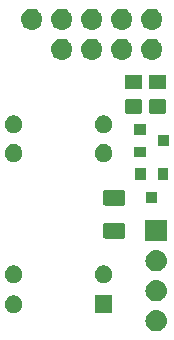
<source format=gbr>
G04 #@! TF.GenerationSoftware,KiCad,Pcbnew,(5.1.2)-2*
G04 #@! TF.CreationDate,2020-01-05T09:35:50+00:00*
G04 #@! TF.ProjectId,PlutoPTT,506c7574-6f50-4545-942e-6b696361645f,rev?*
G04 #@! TF.SameCoordinates,Original*
G04 #@! TF.FileFunction,Soldermask,Top*
G04 #@! TF.FilePolarity,Negative*
%FSLAX46Y46*%
G04 Gerber Fmt 4.6, Leading zero omitted, Abs format (unit mm)*
G04 Created by KiCad (PCBNEW (5.1.2)-2) date 2020-01-05 09:35:50*
%MOMM*%
%LPD*%
G04 APERTURE LIST*
%ADD10C,0.100000*%
G04 APERTURE END LIST*
D10*
G36*
X77961443Y-67812519D02*
G01*
X78027627Y-67819037D01*
X78197466Y-67870557D01*
X78353991Y-67954222D01*
X78379952Y-67975528D01*
X78491186Y-68066814D01*
X78574448Y-68168271D01*
X78603778Y-68204009D01*
X78687443Y-68360534D01*
X78738963Y-68530373D01*
X78756359Y-68707000D01*
X78738963Y-68883627D01*
X78687443Y-69053466D01*
X78603778Y-69209991D01*
X78574448Y-69245729D01*
X78491186Y-69347186D01*
X78389729Y-69430448D01*
X78353991Y-69459778D01*
X78197466Y-69543443D01*
X78027627Y-69594963D01*
X77961443Y-69601481D01*
X77895260Y-69608000D01*
X77806740Y-69608000D01*
X77740557Y-69601481D01*
X77674373Y-69594963D01*
X77504534Y-69543443D01*
X77348009Y-69459778D01*
X77312271Y-69430448D01*
X77210814Y-69347186D01*
X77127552Y-69245729D01*
X77098222Y-69209991D01*
X77014557Y-69053466D01*
X76963037Y-68883627D01*
X76945641Y-68707000D01*
X76963037Y-68530373D01*
X77014557Y-68360534D01*
X77098222Y-68204009D01*
X77127552Y-68168271D01*
X77210814Y-68066814D01*
X77322048Y-67975528D01*
X77348009Y-67954222D01*
X77504534Y-67870557D01*
X77674373Y-67819037D01*
X77740557Y-67812519D01*
X77806740Y-67806000D01*
X77895260Y-67806000D01*
X77961443Y-67812519D01*
X77961443Y-67812519D01*
G37*
G36*
X66005059Y-66587860D02*
G01*
X66141732Y-66644472D01*
X66264735Y-66726660D01*
X66369340Y-66831265D01*
X66428483Y-66919779D01*
X66451529Y-66954270D01*
X66508140Y-67090941D01*
X66537000Y-67236033D01*
X66537000Y-67383967D01*
X66508140Y-67529059D01*
X66451528Y-67665732D01*
X66369340Y-67788735D01*
X66264735Y-67893340D01*
X66141732Y-67975528D01*
X66141731Y-67975529D01*
X66141730Y-67975529D01*
X66005059Y-68032140D01*
X65859968Y-68061000D01*
X65712032Y-68061000D01*
X65566941Y-68032140D01*
X65430270Y-67975529D01*
X65430269Y-67975529D01*
X65430268Y-67975528D01*
X65307265Y-67893340D01*
X65202660Y-67788735D01*
X65120472Y-67665732D01*
X65063860Y-67529059D01*
X65035000Y-67383967D01*
X65035000Y-67236033D01*
X65063860Y-67090941D01*
X65120471Y-66954270D01*
X65143517Y-66919779D01*
X65202660Y-66831265D01*
X65307265Y-66726660D01*
X65430268Y-66644472D01*
X65566941Y-66587860D01*
X65712032Y-66559000D01*
X65859968Y-66559000D01*
X66005059Y-66587860D01*
X66005059Y-66587860D01*
G37*
G36*
X74157000Y-68061000D02*
G01*
X72655000Y-68061000D01*
X72655000Y-66559000D01*
X74157000Y-66559000D01*
X74157000Y-68061000D01*
X74157000Y-68061000D01*
G37*
G36*
X77961443Y-65272519D02*
G01*
X78027627Y-65279037D01*
X78197466Y-65330557D01*
X78353991Y-65414222D01*
X78379952Y-65435528D01*
X78491186Y-65526814D01*
X78574448Y-65628271D01*
X78603778Y-65664009D01*
X78687443Y-65820534D01*
X78738963Y-65990373D01*
X78756359Y-66167000D01*
X78738963Y-66343627D01*
X78687443Y-66513466D01*
X78603778Y-66669991D01*
X78574448Y-66705729D01*
X78491186Y-66807186D01*
X78389729Y-66890448D01*
X78353991Y-66919778D01*
X78197466Y-67003443D01*
X78027627Y-67054963D01*
X77961443Y-67061481D01*
X77895260Y-67068000D01*
X77806740Y-67068000D01*
X77740557Y-67061481D01*
X77674373Y-67054963D01*
X77504534Y-67003443D01*
X77348009Y-66919778D01*
X77312271Y-66890448D01*
X77210814Y-66807186D01*
X77127552Y-66705729D01*
X77098222Y-66669991D01*
X77014557Y-66513466D01*
X76963037Y-66343627D01*
X76945641Y-66167000D01*
X76963037Y-65990373D01*
X77014557Y-65820534D01*
X77098222Y-65664009D01*
X77127552Y-65628271D01*
X77210814Y-65526814D01*
X77322048Y-65435528D01*
X77348009Y-65414222D01*
X77504534Y-65330557D01*
X77674373Y-65279037D01*
X77740557Y-65272519D01*
X77806740Y-65266000D01*
X77895260Y-65266000D01*
X77961443Y-65272519D01*
X77961443Y-65272519D01*
G37*
G36*
X73625059Y-64047860D02*
G01*
X73761732Y-64104472D01*
X73884735Y-64186660D01*
X73989340Y-64291265D01*
X74048483Y-64379779D01*
X74071529Y-64414270D01*
X74128140Y-64550941D01*
X74157000Y-64696033D01*
X74157000Y-64843967D01*
X74128140Y-64989059D01*
X74071528Y-65125732D01*
X73989340Y-65248735D01*
X73884735Y-65353340D01*
X73761732Y-65435528D01*
X73761731Y-65435529D01*
X73761730Y-65435529D01*
X73625059Y-65492140D01*
X73479968Y-65521000D01*
X73332032Y-65521000D01*
X73186941Y-65492140D01*
X73050270Y-65435529D01*
X73050269Y-65435529D01*
X73050268Y-65435528D01*
X72927265Y-65353340D01*
X72822660Y-65248735D01*
X72740472Y-65125732D01*
X72683860Y-64989059D01*
X72655000Y-64843967D01*
X72655000Y-64696033D01*
X72683860Y-64550941D01*
X72740471Y-64414270D01*
X72763517Y-64379779D01*
X72822660Y-64291265D01*
X72927265Y-64186660D01*
X73050268Y-64104472D01*
X73186941Y-64047860D01*
X73332032Y-64019000D01*
X73479968Y-64019000D01*
X73625059Y-64047860D01*
X73625059Y-64047860D01*
G37*
G36*
X66005059Y-64047860D02*
G01*
X66141732Y-64104472D01*
X66264735Y-64186660D01*
X66369340Y-64291265D01*
X66428483Y-64379779D01*
X66451529Y-64414270D01*
X66508140Y-64550941D01*
X66537000Y-64696033D01*
X66537000Y-64843967D01*
X66508140Y-64989059D01*
X66451528Y-65125732D01*
X66369340Y-65248735D01*
X66264735Y-65353340D01*
X66141732Y-65435528D01*
X66141731Y-65435529D01*
X66141730Y-65435529D01*
X66005059Y-65492140D01*
X65859968Y-65521000D01*
X65712032Y-65521000D01*
X65566941Y-65492140D01*
X65430270Y-65435529D01*
X65430269Y-65435529D01*
X65430268Y-65435528D01*
X65307265Y-65353340D01*
X65202660Y-65248735D01*
X65120472Y-65125732D01*
X65063860Y-64989059D01*
X65035000Y-64843967D01*
X65035000Y-64696033D01*
X65063860Y-64550941D01*
X65120471Y-64414270D01*
X65143517Y-64379779D01*
X65202660Y-64291265D01*
X65307265Y-64186660D01*
X65430268Y-64104472D01*
X65566941Y-64047860D01*
X65712032Y-64019000D01*
X65859968Y-64019000D01*
X66005059Y-64047860D01*
X66005059Y-64047860D01*
G37*
G36*
X77961442Y-62732518D02*
G01*
X78027627Y-62739037D01*
X78197466Y-62790557D01*
X78353991Y-62874222D01*
X78389729Y-62903552D01*
X78491186Y-62986814D01*
X78574448Y-63088271D01*
X78603778Y-63124009D01*
X78687443Y-63280534D01*
X78738963Y-63450373D01*
X78756359Y-63627000D01*
X78738963Y-63803627D01*
X78687443Y-63973466D01*
X78603778Y-64129991D01*
X78574448Y-64165729D01*
X78491186Y-64267186D01*
X78389729Y-64350448D01*
X78353991Y-64379778D01*
X78197466Y-64463443D01*
X78027627Y-64514963D01*
X77961442Y-64521482D01*
X77895260Y-64528000D01*
X77806740Y-64528000D01*
X77740558Y-64521482D01*
X77674373Y-64514963D01*
X77504534Y-64463443D01*
X77348009Y-64379778D01*
X77312271Y-64350448D01*
X77210814Y-64267186D01*
X77127552Y-64165729D01*
X77098222Y-64129991D01*
X77014557Y-63973466D01*
X76963037Y-63803627D01*
X76945641Y-63627000D01*
X76963037Y-63450373D01*
X77014557Y-63280534D01*
X77098222Y-63124009D01*
X77127552Y-63088271D01*
X77210814Y-62986814D01*
X77312271Y-62903552D01*
X77348009Y-62874222D01*
X77504534Y-62790557D01*
X77674373Y-62739037D01*
X77740558Y-62732518D01*
X77806740Y-62726000D01*
X77895260Y-62726000D01*
X77961442Y-62732518D01*
X77961442Y-62732518D01*
G37*
G36*
X78752000Y-61988000D02*
G01*
X76950000Y-61988000D01*
X76950000Y-60186000D01*
X78752000Y-60186000D01*
X78752000Y-61988000D01*
X78752000Y-61988000D01*
G37*
G36*
X75063604Y-60415347D02*
G01*
X75100144Y-60426432D01*
X75133821Y-60444433D01*
X75163341Y-60468659D01*
X75187567Y-60498179D01*
X75205568Y-60531856D01*
X75216653Y-60568396D01*
X75221000Y-60612538D01*
X75221000Y-61561462D01*
X75216653Y-61605604D01*
X75205568Y-61642144D01*
X75187567Y-61675821D01*
X75163341Y-61705341D01*
X75133821Y-61729567D01*
X75100144Y-61747568D01*
X75063604Y-61758653D01*
X75019462Y-61763000D01*
X73570538Y-61763000D01*
X73526396Y-61758653D01*
X73489856Y-61747568D01*
X73456179Y-61729567D01*
X73426659Y-61705341D01*
X73402433Y-61675821D01*
X73384432Y-61642144D01*
X73373347Y-61605604D01*
X73369000Y-61561462D01*
X73369000Y-60612538D01*
X73373347Y-60568396D01*
X73384432Y-60531856D01*
X73402433Y-60498179D01*
X73426659Y-60468659D01*
X73456179Y-60444433D01*
X73489856Y-60426432D01*
X73526396Y-60415347D01*
X73570538Y-60411000D01*
X75019462Y-60411000D01*
X75063604Y-60415347D01*
X75063604Y-60415347D01*
G37*
G36*
X75063604Y-57615347D02*
G01*
X75100144Y-57626432D01*
X75133821Y-57644433D01*
X75163341Y-57668659D01*
X75187567Y-57698179D01*
X75205568Y-57731856D01*
X75216653Y-57768396D01*
X75221000Y-57812538D01*
X75221000Y-58761462D01*
X75216653Y-58805604D01*
X75205568Y-58842144D01*
X75187567Y-58875821D01*
X75163341Y-58905341D01*
X75133821Y-58929567D01*
X75100144Y-58947568D01*
X75063604Y-58958653D01*
X75019462Y-58963000D01*
X73570538Y-58963000D01*
X73526396Y-58958653D01*
X73489856Y-58947568D01*
X73456179Y-58929567D01*
X73426659Y-58905341D01*
X73402433Y-58875821D01*
X73384432Y-58842144D01*
X73373347Y-58805604D01*
X73369000Y-58761462D01*
X73369000Y-57812538D01*
X73373347Y-57768396D01*
X73384432Y-57731856D01*
X73402433Y-57698179D01*
X73426659Y-57668659D01*
X73456179Y-57644433D01*
X73489856Y-57626432D01*
X73526396Y-57615347D01*
X73570538Y-57611000D01*
X75019462Y-57611000D01*
X75063604Y-57615347D01*
X75063604Y-57615347D01*
G37*
G36*
X77921000Y-58778000D02*
G01*
X77019000Y-58778000D01*
X77019000Y-57776000D01*
X77921000Y-57776000D01*
X77921000Y-58778000D01*
X77921000Y-58778000D01*
G37*
G36*
X78871000Y-56778000D02*
G01*
X77969000Y-56778000D01*
X77969000Y-55776000D01*
X78871000Y-55776000D01*
X78871000Y-56778000D01*
X78871000Y-56778000D01*
G37*
G36*
X76971000Y-56778000D02*
G01*
X76069000Y-56778000D01*
X76069000Y-55776000D01*
X76971000Y-55776000D01*
X76971000Y-56778000D01*
X76971000Y-56778000D01*
G37*
G36*
X66005059Y-53787860D02*
G01*
X66141732Y-53844472D01*
X66264735Y-53926660D01*
X66369340Y-54031265D01*
X66451528Y-54154268D01*
X66508140Y-54290941D01*
X66537000Y-54436033D01*
X66537000Y-54583967D01*
X66508140Y-54729059D01*
X66451528Y-54865732D01*
X66369340Y-54988735D01*
X66264735Y-55093340D01*
X66141732Y-55175528D01*
X66141731Y-55175529D01*
X66141730Y-55175529D01*
X66005059Y-55232140D01*
X65859968Y-55261000D01*
X65712032Y-55261000D01*
X65566941Y-55232140D01*
X65430270Y-55175529D01*
X65430269Y-55175529D01*
X65430268Y-55175528D01*
X65307265Y-55093340D01*
X65202660Y-54988735D01*
X65120472Y-54865732D01*
X65063860Y-54729059D01*
X65035000Y-54583967D01*
X65035000Y-54436033D01*
X65063860Y-54290941D01*
X65120472Y-54154268D01*
X65202660Y-54031265D01*
X65307265Y-53926660D01*
X65430268Y-53844472D01*
X65566941Y-53787860D01*
X65712032Y-53759000D01*
X65859968Y-53759000D01*
X66005059Y-53787860D01*
X66005059Y-53787860D01*
G37*
G36*
X73625059Y-53787860D02*
G01*
X73761732Y-53844472D01*
X73884735Y-53926660D01*
X73989340Y-54031265D01*
X74071528Y-54154268D01*
X74128140Y-54290941D01*
X74157000Y-54436033D01*
X74157000Y-54583967D01*
X74128140Y-54729059D01*
X74071528Y-54865732D01*
X73989340Y-54988735D01*
X73884735Y-55093340D01*
X73761732Y-55175528D01*
X73761731Y-55175529D01*
X73761730Y-55175529D01*
X73625059Y-55232140D01*
X73479968Y-55261000D01*
X73332032Y-55261000D01*
X73186941Y-55232140D01*
X73050270Y-55175529D01*
X73050269Y-55175529D01*
X73050268Y-55175528D01*
X72927265Y-55093340D01*
X72822660Y-54988735D01*
X72740472Y-54865732D01*
X72683860Y-54729059D01*
X72655000Y-54583967D01*
X72655000Y-54436033D01*
X72683860Y-54290941D01*
X72740472Y-54154268D01*
X72822660Y-54031265D01*
X72927265Y-53926660D01*
X73050268Y-53844472D01*
X73186941Y-53787860D01*
X73332032Y-53759000D01*
X73479968Y-53759000D01*
X73625059Y-53787860D01*
X73625059Y-53787860D01*
G37*
G36*
X76971000Y-54868000D02*
G01*
X75969000Y-54868000D01*
X75969000Y-53966000D01*
X76971000Y-53966000D01*
X76971000Y-54868000D01*
X76971000Y-54868000D01*
G37*
G36*
X78971000Y-53918000D02*
G01*
X77969000Y-53918000D01*
X77969000Y-53016000D01*
X78971000Y-53016000D01*
X78971000Y-53918000D01*
X78971000Y-53918000D01*
G37*
G36*
X76971000Y-52968000D02*
G01*
X75969000Y-52968000D01*
X75969000Y-52066000D01*
X76971000Y-52066000D01*
X76971000Y-52968000D01*
X76971000Y-52968000D01*
G37*
G36*
X73625059Y-51347860D02*
G01*
X73761732Y-51404472D01*
X73884735Y-51486660D01*
X73989340Y-51591265D01*
X74071528Y-51714268D01*
X74128140Y-51850941D01*
X74157000Y-51996033D01*
X74157000Y-52143967D01*
X74128140Y-52289059D01*
X74071528Y-52425732D01*
X73989340Y-52548735D01*
X73884735Y-52653340D01*
X73761732Y-52735528D01*
X73761731Y-52735529D01*
X73761730Y-52735529D01*
X73625059Y-52792140D01*
X73479968Y-52821000D01*
X73332032Y-52821000D01*
X73186941Y-52792140D01*
X73050270Y-52735529D01*
X73050269Y-52735529D01*
X73050268Y-52735528D01*
X72927265Y-52653340D01*
X72822660Y-52548735D01*
X72740472Y-52425732D01*
X72683860Y-52289059D01*
X72655000Y-52143967D01*
X72655000Y-51996033D01*
X72683860Y-51850941D01*
X72740472Y-51714268D01*
X72822660Y-51591265D01*
X72927265Y-51486660D01*
X73050268Y-51404472D01*
X73186941Y-51347860D01*
X73332032Y-51319000D01*
X73479968Y-51319000D01*
X73625059Y-51347860D01*
X73625059Y-51347860D01*
G37*
G36*
X66005059Y-51347860D02*
G01*
X66141732Y-51404472D01*
X66264735Y-51486660D01*
X66369340Y-51591265D01*
X66451528Y-51714268D01*
X66508140Y-51850941D01*
X66537000Y-51996033D01*
X66537000Y-52143967D01*
X66508140Y-52289059D01*
X66451528Y-52425732D01*
X66369340Y-52548735D01*
X66264735Y-52653340D01*
X66141732Y-52735528D01*
X66141731Y-52735529D01*
X66141730Y-52735529D01*
X66005059Y-52792140D01*
X65859968Y-52821000D01*
X65712032Y-52821000D01*
X65566941Y-52792140D01*
X65430270Y-52735529D01*
X65430269Y-52735529D01*
X65430268Y-52735528D01*
X65307265Y-52653340D01*
X65202660Y-52548735D01*
X65120472Y-52425732D01*
X65063860Y-52289059D01*
X65035000Y-52143967D01*
X65035000Y-51996033D01*
X65063860Y-51850941D01*
X65120472Y-51714268D01*
X65202660Y-51591265D01*
X65307265Y-51486660D01*
X65430268Y-51404472D01*
X65566941Y-51347860D01*
X65712032Y-51319000D01*
X65859968Y-51319000D01*
X66005059Y-51347860D01*
X66005059Y-51347860D01*
G37*
G36*
X76534674Y-49933465D02*
G01*
X76572367Y-49944899D01*
X76607103Y-49963466D01*
X76637548Y-49988452D01*
X76662534Y-50018897D01*
X76681101Y-50053633D01*
X76692535Y-50091326D01*
X76697000Y-50136661D01*
X76697000Y-50973339D01*
X76692535Y-51018674D01*
X76681101Y-51056367D01*
X76662534Y-51091103D01*
X76637548Y-51121548D01*
X76607103Y-51146534D01*
X76572367Y-51165101D01*
X76534674Y-51176535D01*
X76489339Y-51181000D01*
X75402661Y-51181000D01*
X75357326Y-51176535D01*
X75319633Y-51165101D01*
X75284897Y-51146534D01*
X75254452Y-51121548D01*
X75229466Y-51091103D01*
X75210899Y-51056367D01*
X75199465Y-51018674D01*
X75195000Y-50973339D01*
X75195000Y-50136661D01*
X75199465Y-50091326D01*
X75210899Y-50053633D01*
X75229466Y-50018897D01*
X75254452Y-49988452D01*
X75284897Y-49963466D01*
X75319633Y-49944899D01*
X75357326Y-49933465D01*
X75402661Y-49929000D01*
X76489339Y-49929000D01*
X76534674Y-49933465D01*
X76534674Y-49933465D01*
G37*
G36*
X78566674Y-49933465D02*
G01*
X78604367Y-49944899D01*
X78639103Y-49963466D01*
X78669548Y-49988452D01*
X78694534Y-50018897D01*
X78713101Y-50053633D01*
X78724535Y-50091326D01*
X78729000Y-50136661D01*
X78729000Y-50973339D01*
X78724535Y-51018674D01*
X78713101Y-51056367D01*
X78694534Y-51091103D01*
X78669548Y-51121548D01*
X78639103Y-51146534D01*
X78604367Y-51165101D01*
X78566674Y-51176535D01*
X78521339Y-51181000D01*
X77434661Y-51181000D01*
X77389326Y-51176535D01*
X77351633Y-51165101D01*
X77316897Y-51146534D01*
X77286452Y-51121548D01*
X77261466Y-51091103D01*
X77242899Y-51056367D01*
X77231465Y-51018674D01*
X77227000Y-50973339D01*
X77227000Y-50136661D01*
X77231465Y-50091326D01*
X77242899Y-50053633D01*
X77261466Y-50018897D01*
X77286452Y-49988452D01*
X77316897Y-49963466D01*
X77351633Y-49944899D01*
X77389326Y-49933465D01*
X77434661Y-49929000D01*
X78521339Y-49929000D01*
X78566674Y-49933465D01*
X78566674Y-49933465D01*
G37*
G36*
X76534674Y-47883465D02*
G01*
X76572367Y-47894899D01*
X76607103Y-47913466D01*
X76637548Y-47938452D01*
X76662534Y-47968897D01*
X76681101Y-48003633D01*
X76692535Y-48041326D01*
X76697000Y-48086661D01*
X76697000Y-48923339D01*
X76692535Y-48968674D01*
X76681101Y-49006367D01*
X76662534Y-49041103D01*
X76637548Y-49071548D01*
X76607103Y-49096534D01*
X76572367Y-49115101D01*
X76534674Y-49126535D01*
X76489339Y-49131000D01*
X75402661Y-49131000D01*
X75357326Y-49126535D01*
X75319633Y-49115101D01*
X75284897Y-49096534D01*
X75254452Y-49071548D01*
X75229466Y-49041103D01*
X75210899Y-49006367D01*
X75199465Y-48968674D01*
X75195000Y-48923339D01*
X75195000Y-48086661D01*
X75199465Y-48041326D01*
X75210899Y-48003633D01*
X75229466Y-47968897D01*
X75254452Y-47938452D01*
X75284897Y-47913466D01*
X75319633Y-47894899D01*
X75357326Y-47883465D01*
X75402661Y-47879000D01*
X76489339Y-47879000D01*
X76534674Y-47883465D01*
X76534674Y-47883465D01*
G37*
G36*
X78566674Y-47883465D02*
G01*
X78604367Y-47894899D01*
X78639103Y-47913466D01*
X78669548Y-47938452D01*
X78694534Y-47968897D01*
X78713101Y-48003633D01*
X78724535Y-48041326D01*
X78729000Y-48086661D01*
X78729000Y-48923339D01*
X78724535Y-48968674D01*
X78713101Y-49006367D01*
X78694534Y-49041103D01*
X78669548Y-49071548D01*
X78639103Y-49096534D01*
X78604367Y-49115101D01*
X78566674Y-49126535D01*
X78521339Y-49131000D01*
X77434661Y-49131000D01*
X77389326Y-49126535D01*
X77351633Y-49115101D01*
X77316897Y-49096534D01*
X77286452Y-49071548D01*
X77261466Y-49041103D01*
X77242899Y-49006367D01*
X77231465Y-48968674D01*
X77227000Y-48923339D01*
X77227000Y-48086661D01*
X77231465Y-48041326D01*
X77242899Y-48003633D01*
X77261466Y-47968897D01*
X77286452Y-47938452D01*
X77316897Y-47913466D01*
X77351633Y-47894899D01*
X77389326Y-47883465D01*
X77434661Y-47879000D01*
X78521339Y-47879000D01*
X78566674Y-47883465D01*
X78566674Y-47883465D01*
G37*
G36*
X75040442Y-44825518D02*
G01*
X75106627Y-44832037D01*
X75276466Y-44883557D01*
X75432991Y-44967222D01*
X75468729Y-44996552D01*
X75570186Y-45079814D01*
X75653448Y-45181271D01*
X75682778Y-45217009D01*
X75766443Y-45373534D01*
X75817963Y-45543373D01*
X75835359Y-45720000D01*
X75817963Y-45896627D01*
X75766443Y-46066466D01*
X75682778Y-46222991D01*
X75653448Y-46258729D01*
X75570186Y-46360186D01*
X75468729Y-46443448D01*
X75432991Y-46472778D01*
X75276466Y-46556443D01*
X75106627Y-46607963D01*
X75040443Y-46614481D01*
X74974260Y-46621000D01*
X74885740Y-46621000D01*
X74819558Y-46614482D01*
X74753373Y-46607963D01*
X74583534Y-46556443D01*
X74427009Y-46472778D01*
X74391271Y-46443448D01*
X74289814Y-46360186D01*
X74206552Y-46258729D01*
X74177222Y-46222991D01*
X74093557Y-46066466D01*
X74042037Y-45896627D01*
X74024641Y-45720000D01*
X74042037Y-45543373D01*
X74093557Y-45373534D01*
X74177222Y-45217009D01*
X74206552Y-45181271D01*
X74289814Y-45079814D01*
X74391271Y-44996552D01*
X74427009Y-44967222D01*
X74583534Y-44883557D01*
X74753373Y-44832037D01*
X74819558Y-44825518D01*
X74885740Y-44819000D01*
X74974260Y-44819000D01*
X75040442Y-44825518D01*
X75040442Y-44825518D01*
G37*
G36*
X77580442Y-44825518D02*
G01*
X77646627Y-44832037D01*
X77816466Y-44883557D01*
X77972991Y-44967222D01*
X78008729Y-44996552D01*
X78110186Y-45079814D01*
X78193448Y-45181271D01*
X78222778Y-45217009D01*
X78306443Y-45373534D01*
X78357963Y-45543373D01*
X78375359Y-45720000D01*
X78357963Y-45896627D01*
X78306443Y-46066466D01*
X78222778Y-46222991D01*
X78193448Y-46258729D01*
X78110186Y-46360186D01*
X78008729Y-46443448D01*
X77972991Y-46472778D01*
X77816466Y-46556443D01*
X77646627Y-46607963D01*
X77580443Y-46614481D01*
X77514260Y-46621000D01*
X77425740Y-46621000D01*
X77359558Y-46614482D01*
X77293373Y-46607963D01*
X77123534Y-46556443D01*
X76967009Y-46472778D01*
X76931271Y-46443448D01*
X76829814Y-46360186D01*
X76746552Y-46258729D01*
X76717222Y-46222991D01*
X76633557Y-46066466D01*
X76582037Y-45896627D01*
X76564641Y-45720000D01*
X76582037Y-45543373D01*
X76633557Y-45373534D01*
X76717222Y-45217009D01*
X76746552Y-45181271D01*
X76829814Y-45079814D01*
X76931271Y-44996552D01*
X76967009Y-44967222D01*
X77123534Y-44883557D01*
X77293373Y-44832037D01*
X77359558Y-44825518D01*
X77425740Y-44819000D01*
X77514260Y-44819000D01*
X77580442Y-44825518D01*
X77580442Y-44825518D01*
G37*
G36*
X72500442Y-44825518D02*
G01*
X72566627Y-44832037D01*
X72736466Y-44883557D01*
X72892991Y-44967222D01*
X72928729Y-44996552D01*
X73030186Y-45079814D01*
X73113448Y-45181271D01*
X73142778Y-45217009D01*
X73226443Y-45373534D01*
X73277963Y-45543373D01*
X73295359Y-45720000D01*
X73277963Y-45896627D01*
X73226443Y-46066466D01*
X73142778Y-46222991D01*
X73113448Y-46258729D01*
X73030186Y-46360186D01*
X72928729Y-46443448D01*
X72892991Y-46472778D01*
X72736466Y-46556443D01*
X72566627Y-46607963D01*
X72500443Y-46614481D01*
X72434260Y-46621000D01*
X72345740Y-46621000D01*
X72279558Y-46614482D01*
X72213373Y-46607963D01*
X72043534Y-46556443D01*
X71887009Y-46472778D01*
X71851271Y-46443448D01*
X71749814Y-46360186D01*
X71666552Y-46258729D01*
X71637222Y-46222991D01*
X71553557Y-46066466D01*
X71502037Y-45896627D01*
X71484641Y-45720000D01*
X71502037Y-45543373D01*
X71553557Y-45373534D01*
X71637222Y-45217009D01*
X71666552Y-45181271D01*
X71749814Y-45079814D01*
X71851271Y-44996552D01*
X71887009Y-44967222D01*
X72043534Y-44883557D01*
X72213373Y-44832037D01*
X72279558Y-44825518D01*
X72345740Y-44819000D01*
X72434260Y-44819000D01*
X72500442Y-44825518D01*
X72500442Y-44825518D01*
G37*
G36*
X69960442Y-44825518D02*
G01*
X70026627Y-44832037D01*
X70196466Y-44883557D01*
X70352991Y-44967222D01*
X70388729Y-44996552D01*
X70490186Y-45079814D01*
X70573448Y-45181271D01*
X70602778Y-45217009D01*
X70686443Y-45373534D01*
X70737963Y-45543373D01*
X70755359Y-45720000D01*
X70737963Y-45896627D01*
X70686443Y-46066466D01*
X70602778Y-46222991D01*
X70573448Y-46258729D01*
X70490186Y-46360186D01*
X70388729Y-46443448D01*
X70352991Y-46472778D01*
X70196466Y-46556443D01*
X70026627Y-46607963D01*
X69960443Y-46614481D01*
X69894260Y-46621000D01*
X69805740Y-46621000D01*
X69739558Y-46614482D01*
X69673373Y-46607963D01*
X69503534Y-46556443D01*
X69347009Y-46472778D01*
X69311271Y-46443448D01*
X69209814Y-46360186D01*
X69126552Y-46258729D01*
X69097222Y-46222991D01*
X69013557Y-46066466D01*
X68962037Y-45896627D01*
X68944641Y-45720000D01*
X68962037Y-45543373D01*
X69013557Y-45373534D01*
X69097222Y-45217009D01*
X69126552Y-45181271D01*
X69209814Y-45079814D01*
X69311271Y-44996552D01*
X69347009Y-44967222D01*
X69503534Y-44883557D01*
X69673373Y-44832037D01*
X69739558Y-44825518D01*
X69805740Y-44819000D01*
X69894260Y-44819000D01*
X69960442Y-44825518D01*
X69960442Y-44825518D01*
G37*
G36*
X69960442Y-42285518D02*
G01*
X70026627Y-42292037D01*
X70196466Y-42343557D01*
X70352991Y-42427222D01*
X70388729Y-42456552D01*
X70490186Y-42539814D01*
X70573448Y-42641271D01*
X70602778Y-42677009D01*
X70686443Y-42833534D01*
X70737963Y-43003373D01*
X70755359Y-43180000D01*
X70737963Y-43356627D01*
X70686443Y-43526466D01*
X70602778Y-43682991D01*
X70573448Y-43718729D01*
X70490186Y-43820186D01*
X70388729Y-43903448D01*
X70352991Y-43932778D01*
X70196466Y-44016443D01*
X70026627Y-44067963D01*
X69960443Y-44074481D01*
X69894260Y-44081000D01*
X69805740Y-44081000D01*
X69739557Y-44074481D01*
X69673373Y-44067963D01*
X69503534Y-44016443D01*
X69347009Y-43932778D01*
X69311271Y-43903448D01*
X69209814Y-43820186D01*
X69126552Y-43718729D01*
X69097222Y-43682991D01*
X69013557Y-43526466D01*
X68962037Y-43356627D01*
X68944641Y-43180000D01*
X68962037Y-43003373D01*
X69013557Y-42833534D01*
X69097222Y-42677009D01*
X69126552Y-42641271D01*
X69209814Y-42539814D01*
X69311271Y-42456552D01*
X69347009Y-42427222D01*
X69503534Y-42343557D01*
X69673373Y-42292037D01*
X69739558Y-42285518D01*
X69805740Y-42279000D01*
X69894260Y-42279000D01*
X69960442Y-42285518D01*
X69960442Y-42285518D01*
G37*
G36*
X77580442Y-42285518D02*
G01*
X77646627Y-42292037D01*
X77816466Y-42343557D01*
X77972991Y-42427222D01*
X78008729Y-42456552D01*
X78110186Y-42539814D01*
X78193448Y-42641271D01*
X78222778Y-42677009D01*
X78306443Y-42833534D01*
X78357963Y-43003373D01*
X78375359Y-43180000D01*
X78357963Y-43356627D01*
X78306443Y-43526466D01*
X78222778Y-43682991D01*
X78193448Y-43718729D01*
X78110186Y-43820186D01*
X78008729Y-43903448D01*
X77972991Y-43932778D01*
X77816466Y-44016443D01*
X77646627Y-44067963D01*
X77580443Y-44074481D01*
X77514260Y-44081000D01*
X77425740Y-44081000D01*
X77359557Y-44074481D01*
X77293373Y-44067963D01*
X77123534Y-44016443D01*
X76967009Y-43932778D01*
X76931271Y-43903448D01*
X76829814Y-43820186D01*
X76746552Y-43718729D01*
X76717222Y-43682991D01*
X76633557Y-43526466D01*
X76582037Y-43356627D01*
X76564641Y-43180000D01*
X76582037Y-43003373D01*
X76633557Y-42833534D01*
X76717222Y-42677009D01*
X76746552Y-42641271D01*
X76829814Y-42539814D01*
X76931271Y-42456552D01*
X76967009Y-42427222D01*
X77123534Y-42343557D01*
X77293373Y-42292037D01*
X77359558Y-42285518D01*
X77425740Y-42279000D01*
X77514260Y-42279000D01*
X77580442Y-42285518D01*
X77580442Y-42285518D01*
G37*
G36*
X75040442Y-42285518D02*
G01*
X75106627Y-42292037D01*
X75276466Y-42343557D01*
X75432991Y-42427222D01*
X75468729Y-42456552D01*
X75570186Y-42539814D01*
X75653448Y-42641271D01*
X75682778Y-42677009D01*
X75766443Y-42833534D01*
X75817963Y-43003373D01*
X75835359Y-43180000D01*
X75817963Y-43356627D01*
X75766443Y-43526466D01*
X75682778Y-43682991D01*
X75653448Y-43718729D01*
X75570186Y-43820186D01*
X75468729Y-43903448D01*
X75432991Y-43932778D01*
X75276466Y-44016443D01*
X75106627Y-44067963D01*
X75040443Y-44074481D01*
X74974260Y-44081000D01*
X74885740Y-44081000D01*
X74819557Y-44074481D01*
X74753373Y-44067963D01*
X74583534Y-44016443D01*
X74427009Y-43932778D01*
X74391271Y-43903448D01*
X74289814Y-43820186D01*
X74206552Y-43718729D01*
X74177222Y-43682991D01*
X74093557Y-43526466D01*
X74042037Y-43356627D01*
X74024641Y-43180000D01*
X74042037Y-43003373D01*
X74093557Y-42833534D01*
X74177222Y-42677009D01*
X74206552Y-42641271D01*
X74289814Y-42539814D01*
X74391271Y-42456552D01*
X74427009Y-42427222D01*
X74583534Y-42343557D01*
X74753373Y-42292037D01*
X74819558Y-42285518D01*
X74885740Y-42279000D01*
X74974260Y-42279000D01*
X75040442Y-42285518D01*
X75040442Y-42285518D01*
G37*
G36*
X72500442Y-42285518D02*
G01*
X72566627Y-42292037D01*
X72736466Y-42343557D01*
X72892991Y-42427222D01*
X72928729Y-42456552D01*
X73030186Y-42539814D01*
X73113448Y-42641271D01*
X73142778Y-42677009D01*
X73226443Y-42833534D01*
X73277963Y-43003373D01*
X73295359Y-43180000D01*
X73277963Y-43356627D01*
X73226443Y-43526466D01*
X73142778Y-43682991D01*
X73113448Y-43718729D01*
X73030186Y-43820186D01*
X72928729Y-43903448D01*
X72892991Y-43932778D01*
X72736466Y-44016443D01*
X72566627Y-44067963D01*
X72500443Y-44074481D01*
X72434260Y-44081000D01*
X72345740Y-44081000D01*
X72279557Y-44074481D01*
X72213373Y-44067963D01*
X72043534Y-44016443D01*
X71887009Y-43932778D01*
X71851271Y-43903448D01*
X71749814Y-43820186D01*
X71666552Y-43718729D01*
X71637222Y-43682991D01*
X71553557Y-43526466D01*
X71502037Y-43356627D01*
X71484641Y-43180000D01*
X71502037Y-43003373D01*
X71553557Y-42833534D01*
X71637222Y-42677009D01*
X71666552Y-42641271D01*
X71749814Y-42539814D01*
X71851271Y-42456552D01*
X71887009Y-42427222D01*
X72043534Y-42343557D01*
X72213373Y-42292037D01*
X72279558Y-42285518D01*
X72345740Y-42279000D01*
X72434260Y-42279000D01*
X72500442Y-42285518D01*
X72500442Y-42285518D01*
G37*
G36*
X67420442Y-42285518D02*
G01*
X67486627Y-42292037D01*
X67656466Y-42343557D01*
X67812991Y-42427222D01*
X67848729Y-42456552D01*
X67950186Y-42539814D01*
X68033448Y-42641271D01*
X68062778Y-42677009D01*
X68146443Y-42833534D01*
X68197963Y-43003373D01*
X68215359Y-43180000D01*
X68197963Y-43356627D01*
X68146443Y-43526466D01*
X68062778Y-43682991D01*
X68033448Y-43718729D01*
X67950186Y-43820186D01*
X67848729Y-43903448D01*
X67812991Y-43932778D01*
X67656466Y-44016443D01*
X67486627Y-44067963D01*
X67420443Y-44074481D01*
X67354260Y-44081000D01*
X67265740Y-44081000D01*
X67199557Y-44074481D01*
X67133373Y-44067963D01*
X66963534Y-44016443D01*
X66807009Y-43932778D01*
X66771271Y-43903448D01*
X66669814Y-43820186D01*
X66586552Y-43718729D01*
X66557222Y-43682991D01*
X66473557Y-43526466D01*
X66422037Y-43356627D01*
X66404641Y-43180000D01*
X66422037Y-43003373D01*
X66473557Y-42833534D01*
X66557222Y-42677009D01*
X66586552Y-42641271D01*
X66669814Y-42539814D01*
X66771271Y-42456552D01*
X66807009Y-42427222D01*
X66963534Y-42343557D01*
X67133373Y-42292037D01*
X67199558Y-42285518D01*
X67265740Y-42279000D01*
X67354260Y-42279000D01*
X67420442Y-42285518D01*
X67420442Y-42285518D01*
G37*
M02*

</source>
